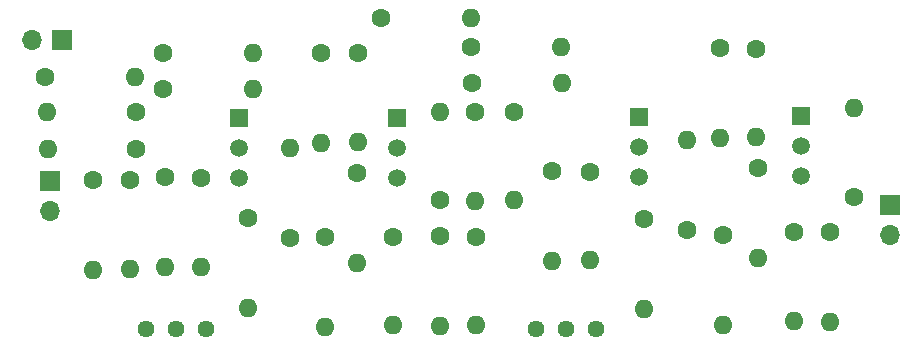
<source format=gbr>
%TF.GenerationSoftware,KiCad,Pcbnew,5.1.12*%
%TF.CreationDate,2021-12-29T22:32:17+01:00*%
%TF.ProjectId,Amplifier,416d706c-6966-4696-9572-2e6b69636164,rev?*%
%TF.SameCoordinates,Original*%
%TF.FileFunction,Copper,L1,Top*%
%TF.FilePolarity,Positive*%
%FSLAX46Y46*%
G04 Gerber Fmt 4.6, Leading zero omitted, Abs format (unit mm)*
G04 Created by KiCad (PCBNEW 5.1.12) date 2021-12-29 22:32:17*
%MOMM*%
%LPD*%
G01*
G04 APERTURE LIST*
%TA.AperFunction,ComponentPad*%
%ADD10C,1.440000*%
%TD*%
%TA.AperFunction,ComponentPad*%
%ADD11C,1.500000*%
%TD*%
%TA.AperFunction,ComponentPad*%
%ADD12R,1.500000X1.500000*%
%TD*%
%TA.AperFunction,ComponentPad*%
%ADD13O,1.600000X1.600000*%
%TD*%
%TA.AperFunction,ComponentPad*%
%ADD14C,1.600000*%
%TD*%
%TA.AperFunction,ComponentPad*%
%ADD15R,1.700000X1.700000*%
%TD*%
%TA.AperFunction,ComponentPad*%
%ADD16O,1.700000X1.700000*%
%TD*%
G04 APERTURE END LIST*
D10*
%TO.P,R7,3*%
%TO.N,Net-(R6-Pad2)*%
X117080000Y-75000000D03*
%TO.P,R7,2*%
%TO.N,GND*%
X114540000Y-75000000D03*
%TO.P,R7,1*%
X112000000Y-75000000D03*
%TD*%
D11*
%TO.P,Q3,2*%
%TO.N,Net-(C9-Pad1)*%
X153746200Y-59579000D03*
%TO.P,Q3,3*%
%TO.N,Net-(C10-Pad1)*%
X153746200Y-62119000D03*
D12*
%TO.P,Q3,1*%
%TO.N,Net-(C11-Pad2)*%
X153746200Y-57039000D03*
%TD*%
D11*
%TO.P,Q2,2*%
%TO.N,Net-(C5-Pad2)*%
X133261100Y-59642500D03*
%TO.P,Q2,3*%
%TO.N,Net-(C6-Pad1)*%
X133261100Y-62182500D03*
D12*
%TO.P,Q2,1*%
%TO.N,Net-(C5-Pad1)*%
X133261100Y-57102500D03*
%TD*%
D13*
%TO.P,R16,2*%
%TO.N,Net-(C10-Pad1)*%
X160591500Y-58817000D03*
D14*
%TO.P,R16,1*%
%TO.N,Net-(C11-Pad1)*%
X160591500Y-51197000D03*
%TD*%
%TO.P,R15,1*%
%TO.N,Net-(R15-Pad1)*%
X157861000Y-66627500D03*
D13*
%TO.P,R15,2*%
%TO.N,Net-(C9-Pad1)*%
X157861000Y-59007500D03*
%TD*%
D12*
%TO.P,Q1,1*%
%TO.N,Net-(C5-Pad2)*%
X119888000Y-57115200D03*
D11*
%TO.P,Q1,3*%
%TO.N,Net-(C4-Pad1)*%
X119888000Y-62195200D03*
%TO.P,Q1,2*%
%TO.N,Net-(C3-Pad1)*%
X119888000Y-59655200D03*
%TD*%
D14*
%TO.P,R5,1*%
%TO.N,Net-(C5-Pad1)*%
X126847600Y-51628800D03*
D13*
%TO.P,R5,2*%
%TO.N,Net-(C4-Pad1)*%
X126847600Y-59248800D03*
%TD*%
%TO.P,C5,2*%
%TO.N,Net-(C5-Pad2)*%
X129946400Y-59128800D03*
D14*
%TO.P,C5,1*%
%TO.N,Net-(C5-Pad1)*%
X129946400Y-51628800D03*
%TD*%
%TO.P,R3,1*%
%TO.N,Net-(C4-Pad1)*%
X113639600Y-62144400D03*
D13*
%TO.P,R3,2*%
%TO.N,GND*%
X113639600Y-69764400D03*
%TD*%
D14*
%TO.P,R8,1*%
%TO.N,Net-(J3-Pad1)*%
X103479600Y-53610000D03*
D13*
%TO.P,R8,2*%
%TO.N,Net-(C1-Pad1)*%
X111099600Y-53610000D03*
%TD*%
%TO.P,R6,2*%
%TO.N,Net-(R6-Pad2)*%
X120650000Y-73168000D03*
D14*
%TO.P,R6,1*%
%TO.N,Net-(C4-Pad2)*%
X120650000Y-65548000D03*
%TD*%
D13*
%TO.P,R17,2*%
%TO.N,Net-(R17-Pad2)*%
X154178000Y-73295000D03*
D14*
%TO.P,R17,1*%
%TO.N,Net-(C10-Pad2)*%
X154178000Y-65675000D03*
%TD*%
%TO.P,C7,1*%
%TO.N,Net-(C7-Pad1)*%
X136906000Y-64074800D03*
D13*
%TO.P,C7,2*%
%TO.N,Net-(C5-Pad1)*%
X136906000Y-56574800D03*
%TD*%
%TO.P,C3,2*%
%TO.N,Net-(C2-Pad1)*%
X103701200Y-59756800D03*
D14*
%TO.P,C3,1*%
%TO.N,Net-(C3-Pad1)*%
X111201200Y-59756800D03*
%TD*%
%TO.P,C1,1*%
%TO.N,Net-(C1-Pad1)*%
X111150400Y-56607200D03*
D13*
%TO.P,C1,2*%
%TO.N,GND*%
X103650400Y-56607200D03*
%TD*%
D14*
%TO.P,C4,1*%
%TO.N,Net-(C4-Pad1)*%
X116636800Y-62195200D03*
D13*
%TO.P,C4,2*%
%TO.N,Net-(C4-Pad2)*%
X116636800Y-69695200D03*
%TD*%
%TO.P,C6,2*%
%TO.N,GND*%
X132892800Y-74673600D03*
D14*
%TO.P,C6,1*%
%TO.N,Net-(C6-Pad1)*%
X132892800Y-67173600D03*
%TD*%
%TO.P,C2,1*%
%TO.N,Net-(C2-Pad1)*%
X110642400Y-62398400D03*
D13*
%TO.P,C2,2*%
%TO.N,GND*%
X110642400Y-69898400D03*
%TD*%
%TO.P,R9,2*%
%TO.N,Net-(C5-Pad1)*%
X121107200Y-51628800D03*
D14*
%TO.P,R9,1*%
%TO.N,Net-(C1-Pad1)*%
X113487200Y-51628800D03*
%TD*%
D13*
%TO.P,R2,2*%
%TO.N,Net-(C5-Pad2)*%
X121107200Y-54676800D03*
D14*
%TO.P,R2,1*%
%TO.N,Net-(C1-Pad1)*%
X113487200Y-54676800D03*
%TD*%
%TO.P,R10,1*%
%TO.N,Net-(C6-Pad1)*%
X129895600Y-61738000D03*
D13*
%TO.P,R10,2*%
%TO.N,Net-(R10-Pad2)*%
X129895600Y-69358000D03*
%TD*%
D14*
%TO.P,R4,1*%
%TO.N,Net-(R10-Pad2)*%
X124206000Y-67275200D03*
D13*
%TO.P,R4,2*%
%TO.N,Net-(C3-Pad1)*%
X124206000Y-59655200D03*
%TD*%
%TO.P,R12,2*%
%TO.N,GND*%
X136906000Y-74692000D03*
D14*
%TO.P,R12,1*%
%TO.N,Net-(C7-Pad1)*%
X136906000Y-67072000D03*
%TD*%
%TO.P,R1,1*%
%TO.N,Net-(C2-Pad1)*%
X107543600Y-62347600D03*
D13*
%TO.P,R1,2*%
%TO.N,GND*%
X107543600Y-69967600D03*
%TD*%
%TO.P,R11,2*%
%TO.N,GND*%
X127203200Y-74793600D03*
D14*
%TO.P,R11,1*%
%TO.N,Net-(R10-Pad2)*%
X127203200Y-67173600D03*
%TD*%
D13*
%TO.P,C13,2*%
%TO.N,Net-(C11-Pad1)*%
X171958000Y-56277000D03*
D14*
%TO.P,C13,1*%
%TO.N,Net-(C13-Pad1)*%
X171958000Y-63777000D03*
%TD*%
%TO.P,C9,1*%
%TO.N,Net-(C9-Pad1)*%
X139903200Y-56625600D03*
D13*
%TO.P,C9,2*%
%TO.N,Net-(C7-Pad1)*%
X139903200Y-64125600D03*
%TD*%
D14*
%TO.P,C10,1*%
%TO.N,Net-(C10-Pad1)*%
X149606000Y-61667500D03*
D13*
%TO.P,C10,2*%
%TO.N,Net-(C10-Pad2)*%
X149606000Y-69167500D03*
%TD*%
D14*
%TO.P,C12,1*%
%TO.N,Net-(C12-Pad1)*%
X166878000Y-66802000D03*
D13*
%TO.P,C12,2*%
%TO.N,GND*%
X166878000Y-74302000D03*
%TD*%
D14*
%TO.P,C14,1*%
%TO.N,Net-(C14-Pad1)*%
X143205200Y-56574800D03*
D13*
%TO.P,C14,2*%
%TO.N,GND*%
X143205200Y-64074800D03*
%TD*%
%TO.P,C8,2*%
%TO.N,GND*%
X139954000Y-74673600D03*
D14*
%TO.P,C8,1*%
%TO.N,Net-(C7-Pad1)*%
X139954000Y-67173600D03*
%TD*%
%TO.P,R19,1*%
%TO.N,Net-(J3-Pad1)*%
X131876800Y-48631600D03*
D13*
%TO.P,R19,2*%
%TO.N,Net-(C14-Pad1)*%
X139496800Y-48631600D03*
%TD*%
D14*
%TO.P,R20,1*%
%TO.N,Net-(C14-Pad1)*%
X139547600Y-51120800D03*
D13*
%TO.P,R20,2*%
%TO.N,Net-(C11-Pad1)*%
X147167600Y-51120800D03*
%TD*%
%TO.P,R13,2*%
%TO.N,Net-(C11-Pad2)*%
X147269200Y-54168800D03*
D14*
%TO.P,R13,1*%
%TO.N,Net-(C14-Pad1)*%
X139649200Y-54168800D03*
%TD*%
%TO.P,R14,1*%
%TO.N,Net-(C10-Pad1)*%
X146431000Y-61611000D03*
D13*
%TO.P,R14,2*%
%TO.N,GND*%
X146431000Y-69231000D03*
%TD*%
D15*
%TO.P,J1,1*%
%TO.N,Net-(C2-Pad1)*%
X103886000Y-62449200D03*
D16*
%TO.P,J1,2*%
%TO.N,GND*%
X103886000Y-64989200D03*
%TD*%
%TO.P,J3,2*%
%TO.N,GND*%
X102362000Y-50546000D03*
D15*
%TO.P,J3,1*%
%TO.N,Net-(J3-Pad1)*%
X104902000Y-50546000D03*
%TD*%
D14*
%TO.P,C11,1*%
%TO.N,Net-(C11-Pad1)*%
X163639500Y-51260500D03*
D13*
%TO.P,C11,2*%
%TO.N,Net-(C11-Pad2)*%
X163639500Y-58760500D03*
%TD*%
D11*
%TO.P,Q4,2*%
%TO.N,Net-(C11-Pad2)*%
X167449500Y-59502800D03*
%TO.P,Q4,3*%
%TO.N,Net-(C12-Pad1)*%
X167449500Y-62042800D03*
D12*
%TO.P,Q4,1*%
%TO.N,Net-(C11-Pad1)*%
X167449500Y-56962800D03*
%TD*%
D14*
%TO.P,R22,1*%
%TO.N,Net-(R15-Pad1)*%
X160845500Y-67008500D03*
D13*
%TO.P,R22,2*%
%TO.N,GND*%
X160845500Y-74628500D03*
%TD*%
D14*
%TO.P,R23,1*%
%TO.N,Net-(C13-Pad1)*%
X169926000Y-66802000D03*
D13*
%TO.P,R23,2*%
%TO.N,GND*%
X169926000Y-74422000D03*
%TD*%
D15*
%TO.P,J2,1*%
%TO.N,GND*%
X175006000Y-64516000D03*
D16*
%TO.P,J2,2*%
%TO.N,Net-(C13-Pad1)*%
X175006000Y-67056000D03*
%TD*%
D14*
%TO.P,R21,1*%
%TO.N,Net-(C12-Pad1)*%
X163830000Y-61357000D03*
D13*
%TO.P,R21,2*%
%TO.N,Net-(R15-Pad1)*%
X163830000Y-68977000D03*
%TD*%
D10*
%TO.P,R18,1*%
%TO.N,GND*%
X145000000Y-75000000D03*
%TO.P,R18,2*%
X147540000Y-75000000D03*
%TO.P,R18,3*%
%TO.N,Net-(R17-Pad2)*%
X150080000Y-75000000D03*
%TD*%
M02*

</source>
